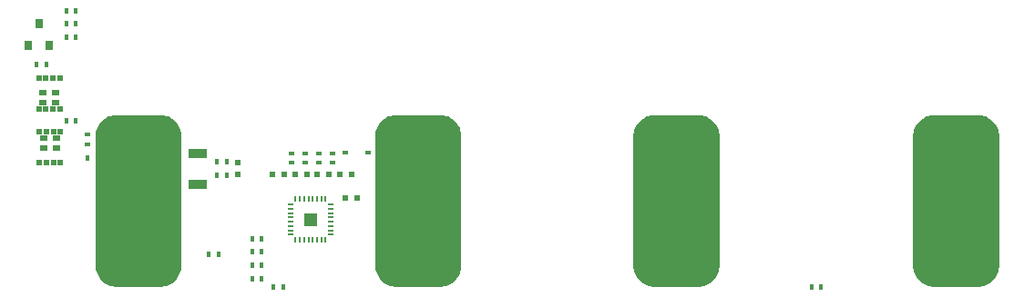
<source format=gtp>
G04 #@! TF.GenerationSoftware,KiCad,Pcbnew,5.0-dev-unknown-bc6763e~61~ubuntu16.04.1*
G04 #@! TF.CreationDate,2018-04-03T01:47:12-04:00*
G04 #@! TF.ProjectId,SB-4S5A,53422D345335412E6B696361645F7063,rev?*
G04 #@! TF.SameCoordinates,Original*
G04 #@! TF.FileFunction,Paste,Top*
G04 #@! TF.FilePolarity,Positive*
%FSLAX46Y46*%
G04 Gerber Fmt 4.6, Leading zero omitted, Abs format (unit mm)*
G04 Created by KiCad (PCBNEW 5.0-dev-unknown-bc6763e~61~ubuntu16.04.1) date Tue Apr  3 01:47:12 2018*
%MOMM*%
%LPD*%
G01*
G04 APERTURE LIST*
%ADD10R,0.400000X0.600000*%
%ADD11C,0.100000*%
%ADD12C,8.000000*%
%ADD13R,0.600000X0.500000*%
%ADD14R,0.500000X0.600000*%
%ADD15R,0.600000X0.450000*%
%ADD16R,0.738000X0.570000*%
%ADD17R,0.500000X0.630000*%
%ADD18R,0.800000X0.900000*%
%ADD19R,0.600000X0.400000*%
%ADD20R,1.700000X0.900000*%
%ADD21O,0.200000X0.600000*%
%ADD22O,0.600000X0.200000*%
%ADD23R,1.200000X1.200000*%
G04 APERTURE END LIST*
D10*
X88550000Y-95000000D03*
X89450000Y-95000000D03*
D11*
G36*
X160196034Y-82009631D02*
X160390181Y-82038429D01*
X160580569Y-82086119D01*
X160765367Y-82152241D01*
X160942793Y-82236157D01*
X161111140Y-82337061D01*
X161268787Y-82453979D01*
X161414214Y-82585786D01*
X161546021Y-82731213D01*
X161662939Y-82888860D01*
X161763843Y-83057207D01*
X161847759Y-83234633D01*
X161913881Y-83419431D01*
X161961571Y-83609819D01*
X161990369Y-83803966D01*
X162000000Y-84000000D01*
X162000000Y-96000000D01*
X161990369Y-96196034D01*
X161961571Y-96390181D01*
X161913881Y-96580569D01*
X161847759Y-96765367D01*
X161763843Y-96942793D01*
X161662939Y-97111140D01*
X161546021Y-97268787D01*
X161414214Y-97414214D01*
X161268787Y-97546021D01*
X161111140Y-97662939D01*
X160942793Y-97763843D01*
X160765367Y-97847759D01*
X160580569Y-97913881D01*
X160390181Y-97961571D01*
X160196034Y-97990369D01*
X160000000Y-98000000D01*
X156000000Y-98000000D01*
X155803966Y-97990369D01*
X155609819Y-97961571D01*
X155419431Y-97913881D01*
X155234633Y-97847759D01*
X155057207Y-97763843D01*
X154888860Y-97662939D01*
X154731213Y-97546021D01*
X154585786Y-97414214D01*
X154453979Y-97268787D01*
X154337061Y-97111140D01*
X154236157Y-96942793D01*
X154152241Y-96765367D01*
X154086119Y-96580569D01*
X154038429Y-96390181D01*
X154009631Y-96196034D01*
X154000000Y-96000000D01*
X154000000Y-84000000D01*
X154009631Y-83803966D01*
X154038429Y-83609819D01*
X154086119Y-83419431D01*
X154152241Y-83234633D01*
X154236157Y-83057207D01*
X154337061Y-82888860D01*
X154453979Y-82731213D01*
X154585786Y-82585786D01*
X154731213Y-82453979D01*
X154888860Y-82337061D01*
X155057207Y-82236157D01*
X155234633Y-82152241D01*
X155419431Y-82086119D01*
X155609819Y-82038429D01*
X155803966Y-82009631D01*
X156000000Y-82000000D01*
X160000000Y-82000000D01*
X160196034Y-82009631D01*
X160196034Y-82009631D01*
G37*
D12*
X158000000Y-90000000D03*
D11*
G36*
X134196034Y-82009631D02*
X134390181Y-82038429D01*
X134580569Y-82086119D01*
X134765367Y-82152241D01*
X134942793Y-82236157D01*
X135111140Y-82337061D01*
X135268787Y-82453979D01*
X135414214Y-82585786D01*
X135546021Y-82731213D01*
X135662939Y-82888860D01*
X135763843Y-83057207D01*
X135847759Y-83234633D01*
X135913881Y-83419431D01*
X135961571Y-83609819D01*
X135990369Y-83803966D01*
X136000000Y-84000000D01*
X136000000Y-96000000D01*
X135990369Y-96196034D01*
X135961571Y-96390181D01*
X135913881Y-96580569D01*
X135847759Y-96765367D01*
X135763843Y-96942793D01*
X135662939Y-97111140D01*
X135546021Y-97268787D01*
X135414214Y-97414214D01*
X135268787Y-97546021D01*
X135111140Y-97662939D01*
X134942793Y-97763843D01*
X134765367Y-97847759D01*
X134580569Y-97913881D01*
X134390181Y-97961571D01*
X134196034Y-97990369D01*
X134000000Y-98000000D01*
X130000000Y-98000000D01*
X129803966Y-97990369D01*
X129609819Y-97961571D01*
X129419431Y-97913881D01*
X129234633Y-97847759D01*
X129057207Y-97763843D01*
X128888860Y-97662939D01*
X128731213Y-97546021D01*
X128585786Y-97414214D01*
X128453979Y-97268787D01*
X128337061Y-97111140D01*
X128236157Y-96942793D01*
X128152241Y-96765367D01*
X128086119Y-96580569D01*
X128038429Y-96390181D01*
X128009631Y-96196034D01*
X128000000Y-96000000D01*
X128000000Y-84000000D01*
X128009631Y-83803966D01*
X128038429Y-83609819D01*
X128086119Y-83419431D01*
X128152241Y-83234633D01*
X128236157Y-83057207D01*
X128337061Y-82888860D01*
X128453979Y-82731213D01*
X128585786Y-82585786D01*
X128731213Y-82453979D01*
X128888860Y-82337061D01*
X129057207Y-82236157D01*
X129234633Y-82152241D01*
X129419431Y-82086119D01*
X129609819Y-82038429D01*
X129803966Y-82009631D01*
X130000000Y-82000000D01*
X134000000Y-82000000D01*
X134196034Y-82009631D01*
X134196034Y-82009631D01*
G37*
D12*
X132000000Y-90000000D03*
D11*
G36*
X110196034Y-82009631D02*
X110390181Y-82038429D01*
X110580569Y-82086119D01*
X110765367Y-82152241D01*
X110942793Y-82236157D01*
X111111140Y-82337061D01*
X111268787Y-82453979D01*
X111414214Y-82585786D01*
X111546021Y-82731213D01*
X111662939Y-82888860D01*
X111763843Y-83057207D01*
X111847759Y-83234633D01*
X111913881Y-83419431D01*
X111961571Y-83609819D01*
X111990369Y-83803966D01*
X112000000Y-84000000D01*
X112000000Y-96000000D01*
X111990369Y-96196034D01*
X111961571Y-96390181D01*
X111913881Y-96580569D01*
X111847759Y-96765367D01*
X111763843Y-96942793D01*
X111662939Y-97111140D01*
X111546021Y-97268787D01*
X111414214Y-97414214D01*
X111268787Y-97546021D01*
X111111140Y-97662939D01*
X110942793Y-97763843D01*
X110765367Y-97847759D01*
X110580569Y-97913881D01*
X110390181Y-97961571D01*
X110196034Y-97990369D01*
X110000000Y-98000000D01*
X106000000Y-98000000D01*
X105803966Y-97990369D01*
X105609819Y-97961571D01*
X105419431Y-97913881D01*
X105234633Y-97847759D01*
X105057207Y-97763843D01*
X104888860Y-97662939D01*
X104731213Y-97546021D01*
X104585786Y-97414214D01*
X104453979Y-97268787D01*
X104337061Y-97111140D01*
X104236157Y-96942793D01*
X104152241Y-96765367D01*
X104086119Y-96580569D01*
X104038429Y-96390181D01*
X104009631Y-96196034D01*
X104000000Y-96000000D01*
X104000000Y-84000000D01*
X104009631Y-83803966D01*
X104038429Y-83609819D01*
X104086119Y-83419431D01*
X104152241Y-83234633D01*
X104236157Y-83057207D01*
X104337061Y-82888860D01*
X104453979Y-82731213D01*
X104585786Y-82585786D01*
X104731213Y-82453979D01*
X104888860Y-82337061D01*
X105057207Y-82236157D01*
X105234633Y-82152241D01*
X105419431Y-82086119D01*
X105609819Y-82038429D01*
X105803966Y-82009631D01*
X106000000Y-82000000D01*
X110000000Y-82000000D01*
X110196034Y-82009631D01*
X110196034Y-82009631D01*
G37*
D12*
X108000000Y-90000000D03*
D11*
G36*
X84196034Y-82009631D02*
X84390181Y-82038429D01*
X84580569Y-82086119D01*
X84765367Y-82152241D01*
X84942793Y-82236157D01*
X85111140Y-82337061D01*
X85268787Y-82453979D01*
X85414214Y-82585786D01*
X85546021Y-82731213D01*
X85662939Y-82888860D01*
X85763843Y-83057207D01*
X85847759Y-83234633D01*
X85913881Y-83419431D01*
X85961571Y-83609819D01*
X85990369Y-83803966D01*
X86000000Y-84000000D01*
X86000000Y-96000000D01*
X85990369Y-96196034D01*
X85961571Y-96390181D01*
X85913881Y-96580569D01*
X85847759Y-96765367D01*
X85763843Y-96942793D01*
X85662939Y-97111140D01*
X85546021Y-97268787D01*
X85414214Y-97414214D01*
X85268787Y-97546021D01*
X85111140Y-97662939D01*
X84942793Y-97763843D01*
X84765367Y-97847759D01*
X84580569Y-97913881D01*
X84390181Y-97961571D01*
X84196034Y-97990369D01*
X84000000Y-98000000D01*
X80000000Y-98000000D01*
X79803966Y-97990369D01*
X79609819Y-97961571D01*
X79419431Y-97913881D01*
X79234633Y-97847759D01*
X79057207Y-97763843D01*
X78888860Y-97662939D01*
X78731213Y-97546021D01*
X78585786Y-97414214D01*
X78453979Y-97268787D01*
X78337061Y-97111140D01*
X78236157Y-96942793D01*
X78152241Y-96765367D01*
X78086119Y-96580569D01*
X78038429Y-96390181D01*
X78009631Y-96196034D01*
X78000000Y-96000000D01*
X78000000Y-84000000D01*
X78009631Y-83803966D01*
X78038429Y-83609819D01*
X78086119Y-83419431D01*
X78152241Y-83234633D01*
X78236157Y-83057207D01*
X78337061Y-82888860D01*
X78453979Y-82731213D01*
X78585786Y-82585786D01*
X78731213Y-82453979D01*
X78888860Y-82337061D01*
X79057207Y-82236157D01*
X79234633Y-82152241D01*
X79419431Y-82086119D01*
X79609819Y-82038429D01*
X79803966Y-82009631D01*
X80000000Y-82000000D01*
X84000000Y-82000000D01*
X84196034Y-82009631D01*
X84196034Y-82009631D01*
G37*
D12*
X82000000Y-90000000D03*
D13*
X101775000Y-87500000D03*
X100675000Y-87500000D03*
X98600000Y-87500000D03*
X99700000Y-87500000D03*
X96525000Y-87500000D03*
X97625000Y-87500000D03*
X95550000Y-87500000D03*
X94450000Y-87500000D03*
D14*
X91225000Y-87550000D03*
X91225000Y-86450000D03*
D13*
X101200000Y-89750000D03*
X102300000Y-89750000D03*
D15*
X101200000Y-85500000D03*
X103300000Y-85500000D03*
D16*
X73170000Y-85090000D03*
X74390000Y-85090000D03*
X73170000Y-84140000D03*
X74390000Y-84140000D03*
D17*
X72810000Y-83560000D03*
X73450000Y-83560000D03*
X74110000Y-83560000D03*
X74750000Y-83560000D03*
X74750000Y-86440000D03*
X74110000Y-86440000D03*
X73450000Y-86440000D03*
X72810000Y-86440000D03*
X74690000Y-78580000D03*
X74050000Y-78580000D03*
X73390000Y-78580000D03*
X72750000Y-78580000D03*
X72750000Y-81460000D03*
X73390000Y-81460000D03*
X74050000Y-81460000D03*
X74690000Y-81460000D03*
D16*
X73110000Y-80880000D03*
X74330000Y-80880000D03*
X73110000Y-79930000D03*
X74330000Y-79930000D03*
D18*
X72750000Y-73500000D03*
X73700000Y-75500000D03*
X71800000Y-75500000D03*
D19*
X100000000Y-85550000D03*
X100000000Y-86450000D03*
X98750000Y-86450000D03*
X98750000Y-85550000D03*
X97500000Y-85550000D03*
X97500000Y-86450000D03*
X96250000Y-86450000D03*
X96250000Y-85550000D03*
D10*
X89275000Y-87625000D03*
X90175000Y-87625000D03*
D20*
X87500000Y-88450000D03*
X87500000Y-85550000D03*
D10*
X90175000Y-86375000D03*
X89275000Y-86375000D03*
X78200000Y-86000000D03*
X77300000Y-86000000D03*
D19*
X77250000Y-83800000D03*
X77250000Y-84700000D03*
D10*
X75300000Y-82500000D03*
X76200000Y-82500000D03*
X72550000Y-77250000D03*
X73450000Y-77250000D03*
X76200000Y-73500000D03*
X75300000Y-73500000D03*
X76200000Y-72250000D03*
X75300000Y-72250000D03*
X76200000Y-74750000D03*
X75300000Y-74750000D03*
X92550000Y-96000000D03*
X93450000Y-96000000D03*
X93450000Y-97250000D03*
X92550000Y-97250000D03*
X94550000Y-98000000D03*
X95450000Y-98000000D03*
X145450000Y-98000000D03*
X144550000Y-98000000D03*
D21*
X99400000Y-89850000D03*
X99000000Y-89850000D03*
X98600000Y-89850000D03*
X98200000Y-89850000D03*
X97800000Y-89850000D03*
X97400000Y-89850000D03*
X97000000Y-89850000D03*
X96600000Y-89850000D03*
D22*
X96100000Y-90350000D03*
X96100000Y-90750000D03*
X96100000Y-91150000D03*
X96100000Y-91550000D03*
X96100000Y-91950000D03*
X96100000Y-92350000D03*
X96100000Y-92750000D03*
X96100000Y-93150000D03*
D21*
X96600000Y-93650000D03*
X97000000Y-93650000D03*
X97400000Y-93650000D03*
X97800000Y-93650000D03*
X98200000Y-93650000D03*
X98600000Y-93650000D03*
X99000000Y-93650000D03*
X99400000Y-93650000D03*
D22*
X99900000Y-93150000D03*
X99900000Y-92750000D03*
X99900000Y-92350000D03*
X99900000Y-91950000D03*
X99900000Y-91550000D03*
X99900000Y-91150000D03*
X99900000Y-90750000D03*
X99900000Y-90350000D03*
D23*
X98000000Y-91750000D03*
D10*
X92550000Y-93500000D03*
X93450000Y-93500000D03*
X93450000Y-94750000D03*
X92550000Y-94750000D03*
M02*

</source>
